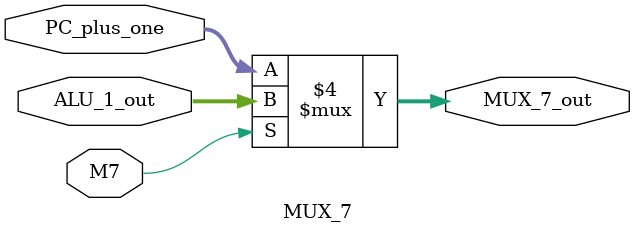
<source format=v>
`timescale 1ns / 1ps



module MUX_7(
    M7,
    PC_plus_one,
    ALU_1_out,
    MUX_7_out
    );

parameter N=16;
input [N-1:0] PC_plus_one;
input [N-1:0] ALU_1_out;
input M7;
output reg [N-1:0] MUX_7_out;

always @ (*)
    
    begin 
    if (M7==0)
    MUX_7_out= PC_plus_one;
    
    else 
    MUX_7_out= ALU_1_out;
    end

endmodule

</source>
